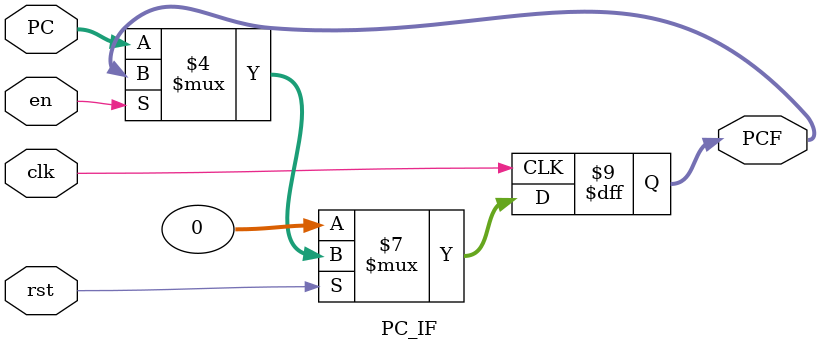
<source format=v>
`timescale 1ns / 1ps
module PC_IF(
	input [31:0] PC,
	input clk,en,
	input rst,
	output reg [31:0] PCF
    );

always@(posedge clk)
begin
	if(~rst)
		PCF<=0;
	else 
		if (!en) PCF <= PC;
end

endmodule

</source>
